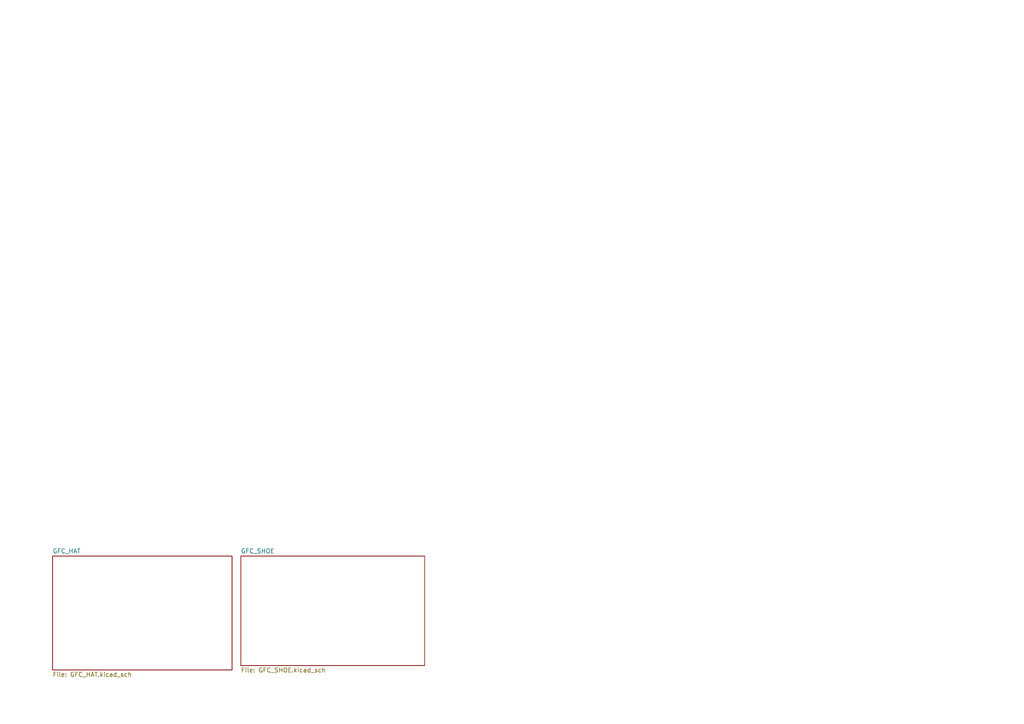
<source format=kicad_sch>
(kicad_sch (version 20211123) (generator eeschema)
  (paper "A4")
  (lib_symbols)
  (sheet (at 69.85 161.29) (size 53.34 31.75) (stroke (width 0.1524))
    (property "Sheet name" "GFC_SHOE" (at 69.85 160.5784 0) (effects (justify left bottom)))
    (property "Sheet file" "GFC_SHOE.kicad_sch" (at 69.85 193.6246 0) (effects (justify left top)))
  )
  (sheet (at 15.24 161.29) (size 52.07 33.02) (stroke (width 0.1524))
    (property "Sheet name" "GFC_HAT" (at 15.24 160.5784 0) (effects (justify left bottom)))
    (property "Sheet file" "GFC_HAT.kicad_sch" (at 15.24 194.8946 0) (effects (justify left top)))
  )
)
</source>
